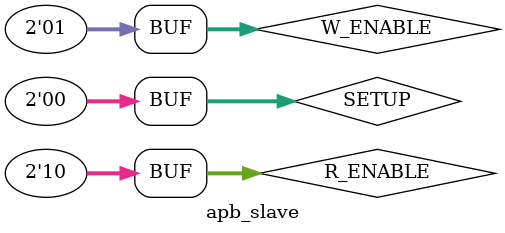
<source format=sv>

 interface dut_if;

  	logic pclk;
  	logic rst_n;
  	logic [31:0] paddr;
  	logic psel;
  	logic penable;
  	logic pwrite;
  	logic [31:0] pwdata;
  	logic pready;
  	logic [31:0] prdata;

 endinterface


 module apb_slave(dut_if dif);

  	logic [31:0] mem [255:0];
  	logic [1:0] apb_st;
  	const logic [1:0] SETUP=0;
  	const logic [1:0] W_ENABLE=1;
  	const logic [1:0] R_ENABLE=2;
  
  	always @(posedge dif.pclk) begin
    		if (!dif.rst_n) begin
      			apb_st <=0;
      			dif.prdata <=0;
      			dif.pready <=1;
      			for(int i=0;i<256;i++) mem[i]=i;
    		end
    		else begin
      			case (apb_st)
        			SETUP: begin
          					dif.prdata <= 0;
          					if (dif.psel && !dif.penable) begin
            						if (dif.pwrite) begin
              							apb_st <= W_ENABLE;
            						end
            						else begin
              							apb_st <= R_ENABLE;
              							dif.prdata <= mem[dif.paddr];
            						end
          					end
        				end
        			W_ENABLE: begin
          					if (dif.psel && dif.penable && dif.pready && dif.pwrite) begin
            						mem[dif.paddr] <= dif.pwdata;
          					end
          					apb_st <= SETUP;
        				  end
        			R_ENABLE: begin
          					if (dif.psel && dif.penable && dif.pready && !dif.pwrite) begin
            						dif.prdata <= mem[dif.paddr];
          					end
          					apb_st <= SETUP;
        	                	  end
      			endcase
   	 	end
  	end

 endmodule

</source>
